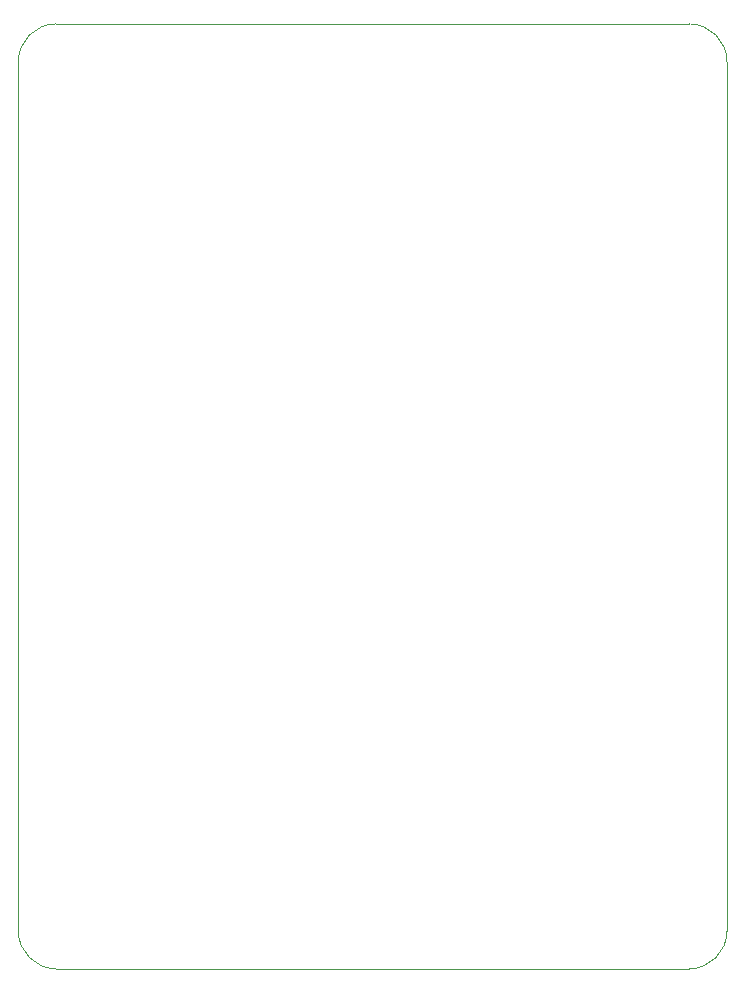
<source format=gbr>
%TF.GenerationSoftware,KiCad,Pcbnew,7.0.7*%
%TF.CreationDate,2024-02-22T20:28:59+08:00*%
%TF.ProjectId,hardware,68617264-7761-4726-952e-6b696361645f,rev?*%
%TF.SameCoordinates,Original*%
%TF.FileFunction,Profile,NP*%
%FSLAX46Y46*%
G04 Gerber Fmt 4.6, Leading zero omitted, Abs format (unit mm)*
G04 Created by KiCad (PCBNEW 7.0.7) date 2024-02-22 20:28:59*
%MOMM*%
%LPD*%
G01*
G04 APERTURE LIST*
%TA.AperFunction,Profile*%
%ADD10C,0.100000*%
%TD*%
G04 APERTURE END LIST*
D10*
X113200000Y-65100000D02*
X113200000Y-138700000D01*
X116400000Y-61900000D02*
G75*
G03*
X113200000Y-65100000I0J-3200000D01*
G01*
X173200000Y-65100000D02*
G75*
G03*
X170000000Y-61900000I-3200000J0D01*
G01*
X170000000Y-141900000D02*
G75*
G03*
X173200000Y-138700000I0J3200000D01*
G01*
X113200000Y-138700000D02*
G75*
G03*
X116400000Y-141900000I3200000J0D01*
G01*
X116400000Y-141900000D02*
X170000000Y-141900000D01*
X170000000Y-61900000D02*
X116400000Y-61900000D01*
X173200000Y-138700000D02*
X173200000Y-65100000D01*
M02*

</source>
